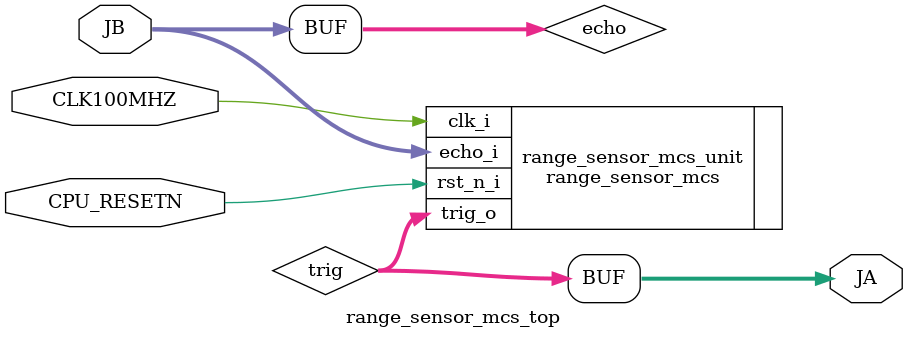
<source format=sv>
`timescale 1ns / 1ps

module range_sensor_mcs_top(
    input logic CLK100MHZ,
    input logic CPU_RESETN,
    //external signals
    output logic [4:1] JA, // trigger pins
    input logic [4:1] JB // echo pins
    );
    
    logic [3:0] echo;
    logic [3:0] trig;
    
    assign echo = JB[4:1];
    
    range_sensor_mcs range_sensor_mcs_unit (
        .clk_i(CLK100MHZ),
        .rst_n_i(CPU_RESETN),
        //external
        .echo_i(echo),
        .trig_o(trig)      
    );
    
    assign JA[4:1] = trig;
 
endmodule

</source>
